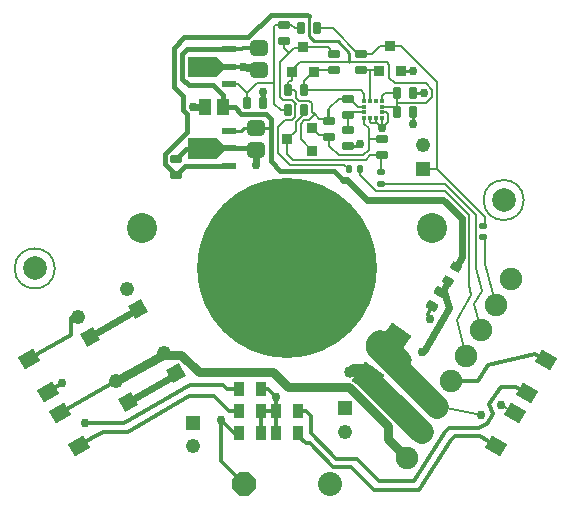
<source format=gtl>
G04 Layer_Physical_Order=1*
G04 Layer_Color=255*
%FSLAX24Y24*%
%MOIN*%
G70*
G01*
G75*
%ADD10C,0.0070*%
G04:AMPARAMS|DCode=11|XSize=22mil|YSize=24mil|CornerRadius=4.4mil|HoleSize=0mil|Usage=FLASHONLY|Rotation=270.000|XOffset=0mil|YOffset=0mil|HoleType=Round|Shape=RoundedRectangle|*
%AMROUNDEDRECTD11*
21,1,0.0220,0.0152,0,0,270.0*
21,1,0.0132,0.0240,0,0,270.0*
1,1,0.0088,-0.0076,-0.0066*
1,1,0.0088,-0.0076,0.0066*
1,1,0.0088,0.0076,0.0066*
1,1,0.0088,0.0076,-0.0066*
%
%ADD11ROUNDEDRECTD11*%
G04:AMPARAMS|DCode=12|XSize=22mil|YSize=24mil|CornerRadius=4.4mil|HoleSize=0mil|Usage=FLASHONLY|Rotation=0.000|XOffset=0mil|YOffset=0mil|HoleType=Round|Shape=RoundedRectangle|*
%AMROUNDEDRECTD12*
21,1,0.0220,0.0152,0,0,0.0*
21,1,0.0132,0.0240,0,0,0.0*
1,1,0.0088,0.0066,-0.0076*
1,1,0.0088,-0.0066,-0.0076*
1,1,0.0088,-0.0066,0.0076*
1,1,0.0088,0.0066,0.0076*
%
%ADD12ROUNDEDRECTD12*%
G04:AMPARAMS|DCode=13|XSize=29.1mil|YSize=39.4mil|CornerRadius=5.8mil|HoleSize=0mil|Usage=FLASHONLY|Rotation=270.000|XOffset=0mil|YOffset=0mil|HoleType=Round|Shape=RoundedRectangle|*
%AMROUNDEDRECTD13*
21,1,0.0291,0.0277,0,0,270.0*
21,1,0.0175,0.0394,0,0,270.0*
1,1,0.0117,-0.0139,-0.0087*
1,1,0.0117,-0.0139,0.0087*
1,1,0.0117,0.0139,0.0087*
1,1,0.0117,0.0139,-0.0087*
%
%ADD13ROUNDEDRECTD13*%
G04:AMPARAMS|DCode=14|XSize=47.2mil|YSize=59.1mil|CornerRadius=0mil|HoleSize=0mil|Usage=FLASHONLY|Rotation=240.000|XOffset=0mil|YOffset=0mil|HoleType=Round|Shape=Rectangle|*
%AMROTATEDRECTD14*
4,1,4,-0.0138,0.0352,0.0374,0.0057,0.0138,-0.0352,-0.0374,-0.0057,-0.0138,0.0352,0.0*
%
%ADD14ROTATEDRECTD14*%

G04:AMPARAMS|DCode=15|XSize=47.2mil|YSize=59.1mil|CornerRadius=0mil|HoleSize=0mil|Usage=FLASHONLY|Rotation=300.000|XOffset=0mil|YOffset=0mil|HoleType=Round|Shape=Rectangle|*
%AMROTATEDRECTD15*
4,1,4,-0.0374,0.0057,0.0138,0.0352,0.0374,-0.0057,-0.0138,-0.0352,-0.0374,0.0057,0.0*
%
%ADD15ROTATEDRECTD15*%

%ADD16P,0.1117X4X100.0*%
G04:AMPARAMS|DCode=17|XSize=29.1mil|YSize=39.4mil|CornerRadius=5.8mil|HoleSize=0mil|Usage=FLASHONLY|Rotation=240.000|XOffset=0mil|YOffset=0mil|HoleType=Round|Shape=RoundedRectangle|*
%AMROUNDEDRECTD17*
21,1,0.0291,0.0277,0,0,240.0*
21,1,0.0175,0.0394,0,0,240.0*
1,1,0.0117,-0.0164,-0.0006*
1,1,0.0117,-0.0076,0.0145*
1,1,0.0117,0.0164,0.0006*
1,1,0.0117,0.0076,-0.0145*
%
%ADD17ROUNDEDRECTD17*%
%ADD18R,0.0433X0.0551*%
G04:AMPARAMS|DCode=19|XSize=34.6mil|YSize=26.4mil|CornerRadius=0mil|HoleSize=0mil|Usage=FLASHONLY|Rotation=150.000|XOffset=0mil|YOffset=0mil|HoleType=Round|Shape=Rectangle|*
%AMROTATEDRECTD19*
4,1,4,0.0216,0.0028,0.0084,-0.0201,-0.0216,-0.0028,-0.0084,0.0201,0.0216,0.0028,0.0*
%
%ADD19ROTATEDRECTD19*%

%ADD20R,0.0472X0.0197*%
%ADD21R,0.0394X0.0197*%
G04:AMPARAMS|DCode=22|XSize=29.1mil|YSize=39.4mil|CornerRadius=5.8mil|HoleSize=0mil|Usage=FLASHONLY|Rotation=0.000|XOffset=0mil|YOffset=0mil|HoleType=Round|Shape=RoundedRectangle|*
%AMROUNDEDRECTD22*
21,1,0.0291,0.0277,0,0,0.0*
21,1,0.0175,0.0394,0,0,0.0*
1,1,0.0117,0.0087,-0.0139*
1,1,0.0117,-0.0087,-0.0139*
1,1,0.0117,-0.0087,0.0139*
1,1,0.0117,0.0087,0.0139*
%
%ADD22ROUNDEDRECTD22*%
G04:AMPARAMS|DCode=23|XSize=52mil|YSize=60mil|CornerRadius=13mil|HoleSize=0mil|Usage=FLASHONLY|Rotation=270.000|XOffset=0mil|YOffset=0mil|HoleType=Round|Shape=RoundedRectangle|*
%AMROUNDEDRECTD23*
21,1,0.0520,0.0340,0,0,270.0*
21,1,0.0260,0.0600,0,0,270.0*
1,1,0.0260,-0.0170,-0.0130*
1,1,0.0260,-0.0170,0.0130*
1,1,0.0260,0.0170,0.0130*
1,1,0.0260,0.0170,-0.0130*
%
%ADD23ROUNDEDRECTD23*%
G04:AMPARAMS|DCode=24|XSize=78.7mil|YSize=78.7mil|CornerRadius=39.4mil|HoleSize=0mil|Usage=FLASHONLY|Rotation=60.000|XOffset=0mil|YOffset=0mil|HoleType=Round|Shape=RoundedRectangle|*
%AMROUNDEDRECTD24*
21,1,0.0787,0.0000,0,0,60.0*
21,1,0.0000,0.0787,0,0,60.0*
1,1,0.0787,0.0000,0.0000*
1,1,0.0787,0.0000,0.0000*
1,1,0.0787,0.0000,0.0000*
1,1,0.0787,0.0000,0.0000*
%
%ADD24ROUNDEDRECTD24*%
G04:AMPARAMS|DCode=25|XSize=78.7mil|YSize=78.7mil|CornerRadius=39.4mil|HoleSize=0mil|Usage=FLASHONLY|Rotation=45.000|XOffset=0mil|YOffset=0mil|HoleType=Round|Shape=RoundedRectangle|*
%AMROUNDEDRECTD25*
21,1,0.0787,0.0000,0,0,45.0*
21,1,0.0000,0.0787,0,0,45.0*
1,1,0.0787,0.0000,0.0000*
1,1,0.0787,0.0000,0.0000*
1,1,0.0787,0.0000,0.0000*
1,1,0.0787,0.0000,0.0000*
%
%ADD25ROUNDEDRECTD25*%
%ADD26R,0.0335X0.0492*%
%ADD27R,0.0320X0.0360*%
%ADD28R,0.0360X0.0320*%
%ADD29R,0.0148X0.0138*%
%ADD30R,0.0138X0.0148*%
%ADD31C,0.0080*%
%ADD32C,0.0800*%
%ADD33C,0.0130*%
%ADD34C,0.0300*%
%ADD35C,0.0240*%
%ADD36C,0.0100*%
%ADD37C,0.0120*%
%ADD38C,0.0160*%
%ADD39C,0.0130*%
%ADD40C,0.0400*%
%ADD41C,0.0490*%
%ADD42R,0.0490X0.0490*%
%ADD43C,0.1000*%
%ADD44C,0.6000*%
%ADD45C,0.0748*%
%ADD46P,0.0693X4X165.0*%
%ADD47C,0.0800*%
%ADD48P,0.0866X8X22.5*%
%ADD49C,0.0300*%
%ADD50C,0.0400*%
G36*
X2397Y12475D02*
X2633Y12238D01*
Y12042D01*
X2397Y11805D01*
X1413Y11805D01*
X1413Y12475D01*
X2397Y12475D01*
D02*
G37*
G36*
X2387Y15205D02*
X2623Y14968D01*
Y14772D01*
X2387Y14535D01*
X1403D01*
X1403Y15205D01*
X2387Y15205D01*
D02*
G37*
D10*
X12609Y10420D02*
G03*
X12609Y10420I-669J0D01*
G01*
X-3021Y8140D02*
G03*
X-3021Y8140I-669J0D01*
G01*
X7295Y13735D02*
Y13954D01*
X6750Y13802D02*
X6807D01*
X7071Y13538D01*
X7295D01*
X7520Y12990D02*
X7680D01*
X7492Y13018D02*
X7520Y12990D01*
X7492Y13018D02*
Y13145D01*
X7295Y12965D02*
Y13145D01*
X7885Y12835D02*
X8070Y13019D01*
Y13280D01*
X8008Y13342D02*
X8070Y13280D01*
X7885Y13342D02*
X8008D01*
X7885Y12835D02*
Y13149D01*
X7680Y12990D02*
X7730D01*
X7680D02*
X7688Y12998D01*
Y13145D01*
X7730Y12990D02*
X7885Y12835D01*
X7885Y13538D02*
X8238D01*
X8392Y13340D02*
Y13385D01*
X8238Y13538D02*
X8392Y13385D01*
X7492Y13735D02*
Y13922D01*
X6751Y13342D02*
X7295D01*
X7885Y13735D02*
X7885Y13875D01*
D11*
X7850Y10970D02*
D03*
X7850Y11349D02*
D03*
X11260Y9190D02*
D03*
Y9569D02*
D03*
D12*
X7150Y11440D02*
D03*
X6771D02*
D03*
D13*
X7870Y11912D02*
D03*
Y12448D02*
D03*
X7190Y15288D02*
D03*
X7190Y14752D02*
D03*
X6300Y15288D02*
D03*
Y14752D02*
D03*
X6135Y13066D02*
D03*
X6135Y12531D02*
D03*
X4615Y15727D02*
D03*
Y16262D02*
D03*
X6750Y13802D02*
D03*
Y13267D02*
D03*
Y12217D02*
D03*
Y12752D02*
D03*
X1020Y11788D02*
D03*
Y11252D02*
D03*
D14*
X11700Y2219D02*
D03*
X12330Y3310D02*
D03*
X12730Y3999D02*
D03*
X13360Y5090D02*
D03*
D15*
X-2220Y2229D02*
D03*
X-2850Y3320D02*
D03*
X-3240Y4029D02*
D03*
X-3870Y5120D02*
D03*
D16*
X8313Y5777D02*
D03*
X7408Y4485D02*
D03*
D17*
X9804Y7342D02*
D03*
X9536Y6878D02*
D03*
D18*
X2585Y13510D02*
D03*
X1995Y13510D02*
D03*
D19*
X10089Y7723D02*
D03*
X10351Y8177D02*
D03*
D20*
X2781Y14279D02*
D03*
X2781Y15461D02*
D03*
X2791Y12731D02*
D03*
X2791Y11549D02*
D03*
D21*
X2820Y14870D02*
D03*
X2830Y12140D02*
D03*
D22*
X3918Y13650D02*
D03*
X3382Y13650D02*
D03*
X8392Y13340D02*
D03*
X8928D02*
D03*
X8392Y13980D02*
D03*
X8928D02*
D03*
X5713Y16154D02*
D03*
X5177Y16154D02*
D03*
X5283Y14074D02*
D03*
X4747Y14074D02*
D03*
X4742Y13410D02*
D03*
X5278Y13410D02*
D03*
D23*
X3790Y15504D02*
D03*
Y14750D02*
D03*
X3700Y12834D02*
D03*
X3700Y12080D02*
D03*
D24*
X11940Y10420D02*
D03*
D25*
X-3690Y8140D02*
D03*
D26*
X5095Y2649D02*
D03*
X4366D02*
D03*
X5095Y3399D02*
D03*
X4366D02*
D03*
X3111Y2649D02*
D03*
X3839Y2649D02*
D03*
X3839Y3379D02*
D03*
X3111Y3379D02*
D03*
X3839Y4129D02*
D03*
X3111Y4129D02*
D03*
D27*
X4881Y14681D02*
D03*
X5635Y14681D02*
D03*
X5255Y15514D02*
D03*
X7771Y14720D02*
D03*
X8525Y14720D02*
D03*
X8145Y15554D02*
D03*
D28*
X5564Y12066D02*
D03*
X5564Y12820D02*
D03*
X4730Y12440D02*
D03*
D29*
X7885Y13149D02*
D03*
X7295D02*
D03*
X7885Y13342D02*
D03*
X7295D02*
D03*
X7885Y13538D02*
D03*
X7295Y13538D02*
D03*
X7885Y13731D02*
D03*
X7295Y13731D02*
D03*
D30*
X7688Y13145D02*
D03*
X7492Y13145D02*
D03*
X7688Y13735D02*
D03*
X7492D02*
D03*
D31*
X11310Y9569D02*
Y9860D01*
X5713Y16214D02*
X5773Y16154D01*
X9709Y3546D02*
X9977Y3546D01*
X9709Y3546D02*
X9709D01*
X9708Y3546D02*
X9709Y3546D01*
X11850Y3598D02*
X12331Y3312D01*
X6080Y13062D02*
Y13138D01*
X4851Y14711D02*
X5161Y15020D01*
X5147Y16184D02*
X5177Y16214D01*
X5117Y16154D02*
X5147Y16184D01*
X8145Y15554D02*
X8516D01*
X9704Y14366D01*
Y11466D02*
Y14366D01*
X6800Y15020D02*
X8040D01*
X5431Y15020D02*
X6800Y15020D01*
X5773Y16154D02*
X6236D01*
X5431Y15020D02*
X5600D01*
X5161D02*
X5431D01*
X7490Y14349D02*
X7492Y14348D01*
Y13922D02*
Y14348D01*
X8310Y14314D02*
X9355D01*
X7850Y11892D02*
X7870Y11912D01*
X7850Y11349D02*
Y11892D01*
X7440Y12462D02*
Y12820D01*
Y12462D02*
X7440Y12104D01*
X7856Y12462D02*
X7870Y12448D01*
X7440Y12462D02*
X7856D01*
X9970Y10970D02*
X11010Y9930D01*
Y8142D02*
Y9930D01*
Y8142D02*
X11210Y7396D01*
X3095Y14279D02*
X3382Y13992D01*
X2781Y14279D02*
X3095D01*
X9990Y10710D02*
X10776Y9924D01*
X7690Y10710D02*
X9990D01*
X7150Y11250D02*
X7690Y10710D01*
X10776Y7594D02*
Y9924D01*
X7850Y10970D02*
X9970D01*
X9704Y11466D02*
X11310Y9860D01*
X9240Y11466D02*
X9704D01*
X11290Y9190D02*
X11312Y9168D01*
Y8299D02*
Y9168D01*
X7150Y11250D02*
Y11440D01*
X6621Y11590D02*
X6771Y11440D01*
X4820Y11590D02*
X6621D01*
X7502Y11912D02*
X7870D01*
X7350Y11760D02*
X7502Y11912D01*
X4920Y11760D02*
X7350D01*
X10776Y7594D02*
X10866Y7260D01*
X10376Y6412D02*
X10866Y7260D01*
X10376Y6412D02*
X10693Y5230D01*
X10953Y6951D02*
X11210Y7396D01*
X10953Y6951D02*
X11185Y6082D01*
X11312Y8299D02*
X11677Y6935D01*
X8145Y15554D02*
X8166Y15475D01*
X12331Y3312D02*
X12384Y3281D01*
X12331Y3312D02*
X12331D01*
X12284Y3233D02*
X12307Y3219D01*
X9714Y3545D02*
X11200Y3248D01*
X9714Y3545D02*
X9924Y3493D01*
X9714Y3545D02*
X9714Y3545D01*
X9714Y3545D02*
X9714Y3545D01*
X9714Y3545D02*
X9714D01*
X4975Y16154D02*
X5117D01*
X4865Y16264D02*
X4975Y16154D01*
X4617Y16264D02*
X4865D01*
X4615Y16262D02*
X4617Y16264D01*
X4796Y14374D02*
X4845D01*
X4747Y14074D02*
Y14325D01*
X4796Y14374D01*
X4881Y14410D02*
Y14681D01*
X4845Y14374D02*
X4881Y14410D01*
X5283Y14074D02*
X7175D01*
X7295Y13954D01*
X6080Y13138D02*
Y13434D01*
X8392Y13660D02*
X9361Y13660D01*
X9565Y13864D01*
Y14104D01*
X9355Y14314D02*
X9565Y14104D01*
X7885Y13875D02*
X7990Y13980D01*
X8392D01*
Y13385D02*
Y13660D01*
Y13980D01*
X4353Y16262D02*
X4615D01*
X4300Y16209D02*
X4353Y16262D01*
X4300Y14300D02*
Y16209D01*
X4775Y15334D02*
X4945Y15504D01*
X4470Y15029D02*
X4775Y15334D01*
X4615Y15494D02*
X4775Y15334D01*
X4615Y15494D02*
Y15727D01*
X4945Y15504D02*
X5185D01*
X4470Y15029D02*
X4470Y13840D01*
X5283Y14388D02*
X5565Y14671D01*
X6135Y13489D02*
X6448Y13802D01*
X3382Y13992D02*
X3710Y14320D01*
X6135Y12229D02*
X6440Y11924D01*
X3382Y13650D02*
Y13992D01*
X6080Y13434D02*
X6135Y13489D01*
Y13066D02*
Y13489D01*
Y12229D02*
Y12531D01*
X7295Y12965D02*
X7440Y12820D01*
X6448Y13802D02*
X6750D01*
X6440Y11924D02*
X7260D01*
X6750Y12752D02*
Y13267D01*
X6751Y13266D01*
X4410Y12840D02*
X4644Y13074D01*
X4410Y12000D02*
Y12840D01*
X4644Y13074D02*
X4870Y13074D01*
X3317Y13655D02*
X3322Y13650D01*
X4730Y11950D02*
X4920Y11760D01*
X4870Y13074D02*
X4998Y13202D01*
Y13608D01*
X5010Y13620D01*
X5170Y12460D02*
Y12950D01*
X5148Y13168D02*
X5278Y13298D01*
X5298Y13078D02*
X5323Y13103D01*
X5298Y13077D02*
Y13078D01*
X5170Y12950D02*
X5298Y13077D01*
X5148Y13140D02*
Y13168D01*
X5020Y13012D02*
X5148Y13140D01*
X5020Y12730D02*
X5020Y13012D01*
X4730Y12440D02*
X5020Y12730D01*
X5278Y13298D02*
Y13410D01*
X5323Y13103D02*
X5463D01*
X4890Y13740D02*
X5010Y13620D01*
X4570Y13740D02*
X4890D01*
X5123Y13727D02*
X5463D01*
X5020Y13830D02*
X5123Y13727D01*
X5020Y13830D02*
Y14010D01*
X4956Y14074D02*
X5020Y14010D01*
X4747Y14074D02*
X4956D01*
X5564Y12820D02*
X5781Y12602D01*
X6080D01*
X5640Y13280D02*
X5782Y13138D01*
X5550Y13370D02*
X5640Y13280D01*
X5170Y12460D02*
X5564Y12066D01*
X5463Y13103D02*
X5640Y13280D01*
X4730Y11950D02*
Y12440D01*
X5782Y13138D02*
X6080D01*
X5550Y13370D02*
Y13640D01*
X5463Y13727D02*
X5550Y13640D01*
X5283Y14074D02*
Y14388D01*
X4470Y13840D02*
X4570Y13740D01*
X3710Y14320D02*
X4280D01*
X4300Y14300D01*
X4518Y13410D02*
X4742D01*
X4300Y13628D02*
Y14300D01*
Y13628D02*
X4518Y13410D01*
X4410Y12000D02*
X4820Y11590D01*
X7260Y11924D02*
X7440Y12104D01*
X8040Y15020D02*
X8135Y14925D01*
Y14490D02*
Y14925D01*
X5713Y16154D02*
X5773D01*
X7538Y15288D02*
X7804Y15554D01*
X8145Y15554D01*
X6073Y15514D02*
X6300Y15288D01*
X5255Y15514D02*
X6073D01*
X5707Y14752D02*
X6300D01*
X5635Y14681D02*
X5707Y14752D01*
X7490Y14349D02*
Y14752D01*
X7738Y14752D02*
X7771Y14720D01*
X7190Y14752D02*
X7490D01*
X7738Y14752D01*
X7190Y15288D02*
X7538D01*
X8135Y14490D02*
X8310Y14314D01*
X6236Y16154D02*
X7102Y15288D01*
X7190Y15288D01*
D32*
X8510Y4724D02*
X9070Y4164D01*
X8005Y5524D02*
X8053Y5477D01*
X7743Y5491D02*
X7887Y5347D01*
X8407Y4827D02*
X8437Y4797D01*
X8209Y5024D02*
X8407Y4827D01*
X7336Y4553D02*
X7565Y4324D01*
X8196Y3694D02*
X8196Y3694D01*
X9217Y2673D01*
X7828Y5701D02*
X7830Y5699D01*
X7914Y5616D01*
X8005Y5524D01*
X7565Y4324D02*
X8196Y3694D01*
X8053Y5477D02*
X8058Y5472D01*
X7743Y5612D02*
X7830Y5699D01*
X7904Y5330D02*
X7910Y5324D01*
X7887Y5347D02*
X7904Y5330D01*
X8437Y4797D02*
X8510Y4724D01*
X8058Y5472D02*
X8437Y5092D01*
X7743Y5491D02*
Y5613D01*
X7910Y5324D02*
X7918Y5316D01*
X8209Y5024D01*
X8437Y4797D02*
X8437Y5068D01*
Y5092D01*
X9070Y4164D02*
X9709Y3525D01*
D33*
X12365Y4203D02*
X12723Y3986D01*
X10201Y4386D02*
X11089Y4386D01*
X10170D02*
X10201Y4386D01*
X-2306Y6609D02*
X-2238Y6654D01*
X-2483Y6489D02*
X-2306Y6609D01*
X-2231Y2249D02*
X-2214Y2239D01*
X3839Y3399D02*
X4366D01*
X2941Y2649D02*
X3111D01*
X2510Y3080D02*
X2941Y2649D01*
X2510Y1726D02*
Y3080D01*
Y1726D02*
X3277Y959D01*
X3839Y2649D02*
X3839Y2649D01*
Y3379D01*
X2791Y3379D02*
X3111D01*
X2285Y3885D02*
X2791Y3379D01*
X1437Y3885D02*
X2285D01*
X2721Y4129D02*
X3111D01*
X2601Y4249D02*
X2721Y4129D01*
X1471Y4249D02*
X2601D01*
X3839Y3379D02*
Y3399D01*
X-570Y2690D02*
X1437Y3885D01*
X-1426Y2690D02*
X-570D01*
X-2214Y2239D02*
X-1426Y2690D01*
X-721Y2979D02*
X1471Y4249D01*
X-2003Y2979D02*
X-721D01*
X5510Y2649D02*
X6365Y1794D01*
X5510Y3229D02*
X5510Y2649D01*
X5340Y3399D02*
X5510Y3229D01*
X3380Y14750D02*
X3790D01*
X3260Y14870D02*
X3380Y14750D01*
X2820Y14870D02*
X3260D01*
X12723Y3986D02*
X12723Y3986D01*
X12725Y3985D01*
X11090Y4384D02*
X11421Y4918D01*
X11089Y4386D02*
X11090Y4384D01*
X11421Y4918D02*
X12985Y5285D01*
X11450Y3638D02*
X11838Y4184D01*
X11838D02*
X11856Y4203D01*
X12365D01*
X8937Y1059D02*
X9992Y2689D01*
X10124Y2821D01*
X9992Y2689D02*
X9992Y2689D01*
X10124Y2821D02*
X11075D01*
X10186Y2410D02*
X10319Y2543D01*
X11145D01*
X11700Y2219D01*
X11731Y2277D02*
X11731D01*
X9127Y759D02*
X10186Y2410D01*
X11075Y2821D02*
X11380Y2948D01*
X11600Y3298D01*
X7625Y759D02*
X9127D01*
X7785Y1059D02*
X8937D01*
X11731Y2277D02*
X11755Y2265D01*
X11731Y2277D02*
X11731Y2277D01*
X4366Y2649D02*
Y3399D01*
Y3853D01*
X7050Y1794D02*
X7785Y1059D01*
X6365Y1794D02*
X7050Y1794D01*
X5095Y3399D02*
X5340D01*
X11450Y3638D02*
X11600Y3298D01*
X-3833Y5149D02*
X-2483Y5929D01*
X-3242Y4035D02*
X-2773Y4329D01*
X12985Y5285D02*
X13360Y5090D01*
X-2483Y5929D02*
Y6489D01*
D34*
X583Y5271D02*
X1199D01*
X-977Y4381D02*
X583Y5271D01*
X1199D02*
X1770Y4700D01*
X4260D01*
X4760Y4200D01*
X6770D01*
X8080Y2890D01*
Y2465D02*
Y2890D01*
Y2465D02*
X8725Y1820D01*
D35*
X9937Y7449D02*
X9955Y7382D01*
Y7382D02*
X10108Y6811D01*
X-1813Y5879D02*
X-302Y6746D01*
X1600Y13510D02*
X1995D01*
X-583Y3699D02*
X977Y4589D01*
X9955Y7382D02*
Y7382D01*
X3700Y11580D02*
Y12080D01*
X3670Y14870D02*
X3790Y14750D01*
X3260Y14870D02*
X3670D01*
X1995Y13510D02*
X1995Y13510D01*
X6585Y11095D02*
X6735D01*
X7400Y10430D01*
X9920D01*
X10540Y9810D01*
Y8510D02*
Y9810D01*
X10351Y8177D02*
X10540Y8510D01*
X9937Y7449D02*
X10089Y7723D01*
X9281Y5378D02*
X10108Y6811D01*
X9210Y5359D02*
X9281Y5378D01*
D36*
X3280Y12826D02*
X4184D01*
X6800Y15020D02*
Y15330D01*
X6410Y15720D02*
X6800Y15330D01*
X5630Y15720D02*
X6410D01*
X5460Y15890D02*
X5630Y15720D01*
X5460Y15890D02*
Y16540D01*
X2791Y12731D02*
X2801Y12720D01*
X3174D01*
X3280Y12826D01*
X8525Y14720D02*
X8908D01*
X8518Y14726D02*
X8525Y14720D01*
X8928Y13980D02*
X9300D01*
X8928Y12942D02*
X8930Y12940D01*
X8928Y12942D02*
Y13340D01*
X7158Y12217D02*
X7160Y12214D01*
X6750Y12217D02*
X7158D01*
D37*
X9420Y6620D02*
X9470Y6440D01*
X9420Y6620D02*
X9536Y6878D01*
X-2850Y3320D02*
X-977Y4381D01*
X4365Y3854D02*
X4366Y3853D01*
X4090Y4129D02*
X4365Y3854D01*
X3839Y4129D02*
X4090D01*
X3254Y15504D02*
X3790D01*
X3211Y15461D02*
X3254Y15504D01*
X2781Y15461D02*
X3211D01*
D38*
X5400Y16600D02*
X5460Y16540D01*
X4170Y16600D02*
X5400D01*
X3410Y15840D02*
X4170Y16600D01*
X1290Y15840D02*
X3410D01*
X950Y15500D02*
X1290Y15840D01*
X950Y14200D02*
Y15500D01*
Y14200D02*
X1250Y13900D01*
Y13410D02*
Y13900D01*
Y13410D02*
X1380Y13280D01*
Y12680D02*
Y13280D01*
X650Y11950D02*
X1380Y12680D01*
X650Y11622D02*
Y11950D01*
Y11622D02*
X1020Y11252D01*
X2585Y13510D02*
Y13925D01*
X2260Y14250D02*
X2585Y13925D01*
X1440Y14250D02*
X2260D01*
X1220Y14470D02*
X1440Y14250D01*
X1220Y14470D02*
Y15290D01*
X1391Y15461D01*
X2781D01*
X1317Y11549D02*
X2791D01*
X1020Y11252D02*
X1317Y11549D01*
X1020Y11788D02*
X1342Y12110D01*
X1960D01*
X3640Y12140D02*
X3700Y12080D01*
X2830Y12140D02*
X3640D01*
X4020Y13280D02*
X4184Y13116D01*
X2585Y13510D02*
X2970D01*
X3200Y13280D01*
X4020D01*
X4184Y12826D02*
Y13116D01*
Y11716D02*
Y12826D01*
X4500Y11400D02*
X6280D01*
X6585Y11095D01*
X4184Y11716D02*
X4500Y11400D01*
X3918Y14028D02*
X3920Y14030D01*
X3918Y13650D02*
Y14028D01*
D39*
X5350Y2310D02*
X5479D01*
X5095Y2565D02*
X5350Y2310D01*
X5095Y2565D02*
Y2649D01*
X5479Y2310D02*
X6255Y1534D01*
X6850D01*
X7625Y759D01*
D40*
X6957Y4754D02*
X7395D01*
D41*
X9240Y12254D02*
D03*
X1580Y2216D02*
D03*
X6640Y2686D02*
D03*
X-977Y4381D02*
D03*
X-2247Y6521D02*
D03*
X633Y5321D02*
D03*
X-627Y7471D02*
D03*
D42*
X9240Y11466D02*
D03*
X1580Y3004D02*
D03*
X6640Y3474D02*
D03*
D43*
X-103Y9479D02*
D03*
X9557Y9479D02*
D03*
D44*
X4717Y8169D02*
D03*
D45*
X8725Y1820D02*
D03*
X9217Y2673D02*
D03*
X9709Y3525D02*
D03*
X10201Y4377D02*
D03*
X10693Y5230D02*
D03*
X11185Y6082D02*
D03*
X11677Y6935D02*
D03*
X12170Y7787D02*
D03*
D46*
X-583Y3699D02*
D03*
X-1853Y5839D02*
D03*
X1027Y4639D02*
D03*
X-233Y6789D02*
D03*
D47*
X6157Y959D02*
D03*
D48*
X3277Y959D02*
D03*
D49*
X9470Y6440D02*
D03*
X1600Y13510D02*
D03*
X2510Y3080D02*
D03*
X3700Y11580D02*
D03*
X3260Y14870D02*
D03*
X11200Y3248D02*
D03*
X9210Y5359D02*
D03*
X-2003Y2979D02*
D03*
X11850Y3598D02*
D03*
X8908Y14720D02*
D03*
X4365Y3854D02*
D03*
X7885Y12835D02*
D03*
X8930Y12940D02*
D03*
X7160Y12290D02*
D03*
X3920Y14030D02*
D03*
X9300Y13980D02*
D03*
X-2773Y4329D02*
D03*
D50*
X6814Y4682D02*
D03*
X8510Y4724D02*
D03*
X8680Y5100D02*
D03*
X8660Y4360D02*
D03*
X9070Y4164D02*
D03*
M02*

</source>
